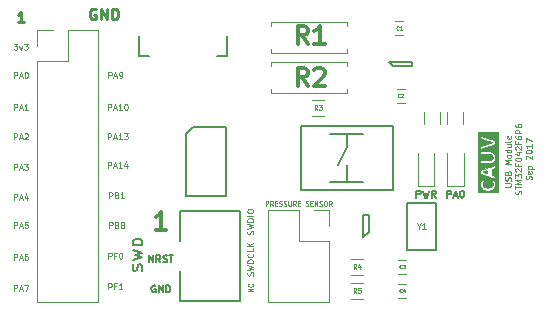
<source format=gto>
G04 #@! TF.FileFunction,Legend,Top*
%FSLAX46Y46*%
G04 Gerber Fmt 4.6, Leading zero omitted, Abs format (unit mm)*
G04 Created by KiCad (PCBNEW 4.0.6) date 10/01/17 10:19:26*
%MOMM*%
%LPD*%
G01*
G04 APERTURE LIST*
%ADD10C,0.100000*%
%ADD11C,0.150000*%
%ADD12C,0.125000*%
%ADD13C,0.300000*%
%ADD14C,0.225000*%
%ADD15C,0.120000*%
%ADD16C,0.010000*%
%ADD17C,0.075000*%
G04 APERTURE END LIST*
D10*
D11*
X153800000Y-112271429D02*
X153800000Y-111671429D01*
X154028572Y-111671429D01*
X154085714Y-111700000D01*
X154114286Y-111728571D01*
X154142857Y-111785714D01*
X154142857Y-111871429D01*
X154114286Y-111928571D01*
X154085714Y-111957143D01*
X154028572Y-111985714D01*
X153800000Y-111985714D01*
X154371429Y-112100000D02*
X154657143Y-112100000D01*
X154314286Y-112271429D02*
X154514286Y-111671429D01*
X154714286Y-112271429D01*
X155028572Y-111671429D02*
X155085715Y-111671429D01*
X155142858Y-111700000D01*
X155171429Y-111728571D01*
X155200000Y-111785714D01*
X155228572Y-111900000D01*
X155228572Y-112042857D01*
X155200000Y-112157143D01*
X155171429Y-112214286D01*
X155142858Y-112242857D01*
X155085715Y-112271429D01*
X155028572Y-112271429D01*
X154971429Y-112242857D01*
X154942858Y-112214286D01*
X154914286Y-112157143D01*
X154885715Y-112042857D01*
X154885715Y-111900000D01*
X154914286Y-111785714D01*
X154942858Y-111728571D01*
X154971429Y-111700000D01*
X155028572Y-111671429D01*
X151200000Y-112271429D02*
X151200000Y-111671429D01*
X151428572Y-111671429D01*
X151485714Y-111700000D01*
X151514286Y-111728571D01*
X151542857Y-111785714D01*
X151542857Y-111871429D01*
X151514286Y-111928571D01*
X151485714Y-111957143D01*
X151428572Y-111985714D01*
X151200000Y-111985714D01*
X151742857Y-111671429D02*
X151885714Y-112271429D01*
X152000000Y-111842857D01*
X152114286Y-112271429D01*
X152257143Y-111671429D01*
X152828571Y-112271429D02*
X152628571Y-111985714D01*
X152485714Y-112271429D02*
X152485714Y-111671429D01*
X152714286Y-111671429D01*
X152771428Y-111700000D01*
X152800000Y-111728571D01*
X152828571Y-111785714D01*
X152828571Y-111871429D01*
X152800000Y-111928571D01*
X152771428Y-111957143D01*
X152714286Y-111985714D01*
X152485714Y-111985714D01*
D12*
X158701190Y-111321428D02*
X159105952Y-111321428D01*
X159153571Y-111297619D01*
X159177381Y-111273809D01*
X159201190Y-111226190D01*
X159201190Y-111130952D01*
X159177381Y-111083333D01*
X159153571Y-111059524D01*
X159105952Y-111035714D01*
X158701190Y-111035714D01*
X159177381Y-110821428D02*
X159201190Y-110749999D01*
X159201190Y-110630952D01*
X159177381Y-110583333D01*
X159153571Y-110559523D01*
X159105952Y-110535714D01*
X159058333Y-110535714D01*
X159010714Y-110559523D01*
X158986905Y-110583333D01*
X158963095Y-110630952D01*
X158939286Y-110726190D01*
X158915476Y-110773809D01*
X158891667Y-110797618D01*
X158844048Y-110821428D01*
X158796429Y-110821428D01*
X158748810Y-110797618D01*
X158725000Y-110773809D01*
X158701190Y-110726190D01*
X158701190Y-110607142D01*
X158725000Y-110535714D01*
X158939286Y-110154762D02*
X158963095Y-110083333D01*
X158986905Y-110059524D01*
X159034524Y-110035714D01*
X159105952Y-110035714D01*
X159153571Y-110059524D01*
X159177381Y-110083333D01*
X159201190Y-110130952D01*
X159201190Y-110321428D01*
X158701190Y-110321428D01*
X158701190Y-110154762D01*
X158725000Y-110107143D01*
X158748810Y-110083333D01*
X158796429Y-110059524D01*
X158844048Y-110059524D01*
X158891667Y-110083333D01*
X158915476Y-110107143D01*
X158939286Y-110154762D01*
X158939286Y-110321428D01*
X159201190Y-109440476D02*
X158701190Y-109440476D01*
X159058333Y-109273810D01*
X158701190Y-109107143D01*
X159201190Y-109107143D01*
X159201190Y-108797619D02*
X159177381Y-108845238D01*
X159153571Y-108869047D01*
X159105952Y-108892857D01*
X158963095Y-108892857D01*
X158915476Y-108869047D01*
X158891667Y-108845238D01*
X158867857Y-108797619D01*
X158867857Y-108726190D01*
X158891667Y-108678571D01*
X158915476Y-108654762D01*
X158963095Y-108630952D01*
X159105952Y-108630952D01*
X159153571Y-108654762D01*
X159177381Y-108678571D01*
X159201190Y-108726190D01*
X159201190Y-108797619D01*
X159201190Y-108202381D02*
X158701190Y-108202381D01*
X159177381Y-108202381D02*
X159201190Y-108250000D01*
X159201190Y-108345238D01*
X159177381Y-108392857D01*
X159153571Y-108416666D01*
X159105952Y-108440476D01*
X158963095Y-108440476D01*
X158915476Y-108416666D01*
X158891667Y-108392857D01*
X158867857Y-108345238D01*
X158867857Y-108250000D01*
X158891667Y-108202381D01*
X158867857Y-107750000D02*
X159201190Y-107750000D01*
X158867857Y-107964285D02*
X159129762Y-107964285D01*
X159177381Y-107940476D01*
X159201190Y-107892857D01*
X159201190Y-107821428D01*
X159177381Y-107773809D01*
X159153571Y-107750000D01*
X159201190Y-107440476D02*
X159177381Y-107488095D01*
X159129762Y-107511904D01*
X158701190Y-107511904D01*
X159177381Y-107059523D02*
X159201190Y-107107142D01*
X159201190Y-107202380D01*
X159177381Y-107249999D01*
X159129762Y-107273809D01*
X158939286Y-107273809D01*
X158891667Y-107249999D01*
X158867857Y-107202380D01*
X158867857Y-107107142D01*
X158891667Y-107059523D01*
X158939286Y-107035714D01*
X158986905Y-107035714D01*
X159034524Y-107273809D01*
X160052381Y-111964283D02*
X160076190Y-111892854D01*
X160076190Y-111773807D01*
X160052381Y-111726188D01*
X160028571Y-111702378D01*
X159980952Y-111678569D01*
X159933333Y-111678569D01*
X159885714Y-111702378D01*
X159861905Y-111726188D01*
X159838095Y-111773807D01*
X159814286Y-111869045D01*
X159790476Y-111916664D01*
X159766667Y-111940473D01*
X159719048Y-111964283D01*
X159671429Y-111964283D01*
X159623810Y-111940473D01*
X159600000Y-111916664D01*
X159576190Y-111869045D01*
X159576190Y-111749997D01*
X159600000Y-111678569D01*
X159576190Y-111535712D02*
X159576190Y-111249998D01*
X160076190Y-111392855D02*
X159576190Y-111392855D01*
X160076190Y-111083331D02*
X159576190Y-111083331D01*
X159933333Y-110916665D01*
X159576190Y-110749998D01*
X160076190Y-110749998D01*
X159576190Y-110559521D02*
X159576190Y-110249998D01*
X159766667Y-110416664D01*
X159766667Y-110345236D01*
X159790476Y-110297617D01*
X159814286Y-110273807D01*
X159861905Y-110249998D01*
X159980952Y-110249998D01*
X160028571Y-110273807D01*
X160052381Y-110297617D01*
X160076190Y-110345236D01*
X160076190Y-110488093D01*
X160052381Y-110535712D01*
X160028571Y-110559521D01*
X159623810Y-110059522D02*
X159600000Y-110035712D01*
X159576190Y-109988093D01*
X159576190Y-109869046D01*
X159600000Y-109821427D01*
X159623810Y-109797617D01*
X159671429Y-109773808D01*
X159719048Y-109773808D01*
X159790476Y-109797617D01*
X160076190Y-110083331D01*
X160076190Y-109773808D01*
X159814286Y-109392856D02*
X159814286Y-109559522D01*
X160076190Y-109559522D02*
X159576190Y-109559522D01*
X159576190Y-109321427D01*
X159576190Y-109035713D02*
X159576190Y-108988094D01*
X159600000Y-108940475D01*
X159623810Y-108916666D01*
X159671429Y-108892856D01*
X159766667Y-108869047D01*
X159885714Y-108869047D01*
X159980952Y-108892856D01*
X160028571Y-108916666D01*
X160052381Y-108940475D01*
X160076190Y-108988094D01*
X160076190Y-109035713D01*
X160052381Y-109083332D01*
X160028571Y-109107142D01*
X159980952Y-109130951D01*
X159885714Y-109154761D01*
X159766667Y-109154761D01*
X159671429Y-109130951D01*
X159623810Y-109107142D01*
X159600000Y-109083332D01*
X159576190Y-109035713D01*
X159742857Y-108440476D02*
X160076190Y-108440476D01*
X159552381Y-108559523D02*
X159909524Y-108678571D01*
X159909524Y-108369047D01*
X159623810Y-108202381D02*
X159600000Y-108178571D01*
X159576190Y-108130952D01*
X159576190Y-108011905D01*
X159600000Y-107964286D01*
X159623810Y-107940476D01*
X159671429Y-107916667D01*
X159719048Y-107916667D01*
X159790476Y-107940476D01*
X160076190Y-108226190D01*
X160076190Y-107916667D01*
X159814286Y-107535715D02*
X159814286Y-107702381D01*
X160076190Y-107702381D02*
X159576190Y-107702381D01*
X159576190Y-107464286D01*
X159576190Y-107059525D02*
X159576190Y-107154763D01*
X159600000Y-107202382D01*
X159623810Y-107226191D01*
X159695238Y-107273810D01*
X159790476Y-107297620D01*
X159980952Y-107297620D01*
X160028571Y-107273810D01*
X160052381Y-107250001D01*
X160076190Y-107202382D01*
X160076190Y-107107144D01*
X160052381Y-107059525D01*
X160028571Y-107035715D01*
X159980952Y-107011906D01*
X159861905Y-107011906D01*
X159814286Y-107035715D01*
X159790476Y-107059525D01*
X159766667Y-107107144D01*
X159766667Y-107202382D01*
X159790476Y-107250001D01*
X159814286Y-107273810D01*
X159861905Y-107297620D01*
X160076190Y-106797620D02*
X159576190Y-106797620D01*
X159576190Y-106607144D01*
X159600000Y-106559525D01*
X159623810Y-106535716D01*
X159671429Y-106511906D01*
X159742857Y-106511906D01*
X159790476Y-106535716D01*
X159814286Y-106559525D01*
X159838095Y-106607144D01*
X159838095Y-106797620D01*
X159576190Y-106083335D02*
X159576190Y-106178573D01*
X159600000Y-106226192D01*
X159623810Y-106250001D01*
X159695238Y-106297620D01*
X159790476Y-106321430D01*
X159980952Y-106321430D01*
X160028571Y-106297620D01*
X160052381Y-106273811D01*
X160076190Y-106226192D01*
X160076190Y-106130954D01*
X160052381Y-106083335D01*
X160028571Y-106059525D01*
X159980952Y-106035716D01*
X159861905Y-106035716D01*
X159814286Y-106059525D01*
X159790476Y-106083335D01*
X159766667Y-106130954D01*
X159766667Y-106226192D01*
X159790476Y-106273811D01*
X159814286Y-106297620D01*
X159861905Y-106321430D01*
X160927381Y-110726189D02*
X160951190Y-110654760D01*
X160951190Y-110535713D01*
X160927381Y-110488094D01*
X160903571Y-110464284D01*
X160855952Y-110440475D01*
X160808333Y-110440475D01*
X160760714Y-110464284D01*
X160736905Y-110488094D01*
X160713095Y-110535713D01*
X160689286Y-110630951D01*
X160665476Y-110678570D01*
X160641667Y-110702379D01*
X160594048Y-110726189D01*
X160546429Y-110726189D01*
X160498810Y-110702379D01*
X160475000Y-110678570D01*
X160451190Y-110630951D01*
X160451190Y-110511903D01*
X160475000Y-110440475D01*
X160927381Y-110035713D02*
X160951190Y-110083332D01*
X160951190Y-110178570D01*
X160927381Y-110226189D01*
X160879762Y-110249999D01*
X160689286Y-110249999D01*
X160641667Y-110226189D01*
X160617857Y-110178570D01*
X160617857Y-110083332D01*
X160641667Y-110035713D01*
X160689286Y-110011904D01*
X160736905Y-110011904D01*
X160784524Y-110249999D01*
X160617857Y-109797618D02*
X161117857Y-109797618D01*
X160641667Y-109797618D02*
X160617857Y-109749999D01*
X160617857Y-109654761D01*
X160641667Y-109607142D01*
X160665476Y-109583333D01*
X160713095Y-109559523D01*
X160855952Y-109559523D01*
X160903571Y-109583333D01*
X160927381Y-109607142D01*
X160951190Y-109654761D01*
X160951190Y-109749999D01*
X160927381Y-109797618D01*
X160498810Y-108988095D02*
X160475000Y-108964285D01*
X160451190Y-108916666D01*
X160451190Y-108797619D01*
X160475000Y-108750000D01*
X160498810Y-108726190D01*
X160546429Y-108702381D01*
X160594048Y-108702381D01*
X160665476Y-108726190D01*
X160951190Y-109011904D01*
X160951190Y-108702381D01*
X160451190Y-108392857D02*
X160451190Y-108345238D01*
X160475000Y-108297619D01*
X160498810Y-108273810D01*
X160546429Y-108250000D01*
X160641667Y-108226191D01*
X160760714Y-108226191D01*
X160855952Y-108250000D01*
X160903571Y-108273810D01*
X160927381Y-108297619D01*
X160951190Y-108345238D01*
X160951190Y-108392857D01*
X160927381Y-108440476D01*
X160903571Y-108464286D01*
X160855952Y-108488095D01*
X160760714Y-108511905D01*
X160641667Y-108511905D01*
X160546429Y-108488095D01*
X160498810Y-108464286D01*
X160475000Y-108440476D01*
X160451190Y-108392857D01*
X160951190Y-107750001D02*
X160951190Y-108035715D01*
X160951190Y-107892858D02*
X160451190Y-107892858D01*
X160522619Y-107940477D01*
X160570238Y-107988096D01*
X160594048Y-108035715D01*
X160451190Y-107583334D02*
X160451190Y-107250001D01*
X160951190Y-107464287D01*
D10*
X137340952Y-120202286D02*
X136940952Y-120202286D01*
X137340952Y-119973714D01*
X136940952Y-119973714D01*
X137302857Y-119554666D02*
X137321905Y-119573714D01*
X137340952Y-119630857D01*
X137340952Y-119668952D01*
X137321905Y-119726095D01*
X137283810Y-119764190D01*
X137245714Y-119783238D01*
X137169524Y-119802286D01*
X137112381Y-119802286D01*
X137036190Y-119783238D01*
X136998095Y-119764190D01*
X136960000Y-119726095D01*
X136940952Y-119668952D01*
X136940952Y-119630857D01*
X136960000Y-119573714D01*
X136979048Y-119554666D01*
D12*
X151399906Y-114669095D02*
X151399906Y-114907190D01*
X151233239Y-114407190D02*
X151399906Y-114669095D01*
X151566572Y-114407190D01*
X151995143Y-114907190D02*
X151709429Y-114907190D01*
X151852286Y-114907190D02*
X151852286Y-114407190D01*
X151804667Y-114478619D01*
X151757048Y-114526238D01*
X151709429Y-114550048D01*
D13*
X141990001Y-102786571D02*
X141490001Y-102072286D01*
X141132858Y-102786571D02*
X141132858Y-101286571D01*
X141704286Y-101286571D01*
X141847144Y-101358000D01*
X141918572Y-101429429D01*
X141990001Y-101572286D01*
X141990001Y-101786571D01*
X141918572Y-101929429D01*
X141847144Y-102000857D01*
X141704286Y-102072286D01*
X141132858Y-102072286D01*
X142561429Y-101429429D02*
X142632858Y-101358000D01*
X142775715Y-101286571D01*
X143132858Y-101286571D01*
X143275715Y-101358000D01*
X143347144Y-101429429D01*
X143418572Y-101572286D01*
X143418572Y-101715143D01*
X143347144Y-101929429D01*
X142490001Y-102786571D01*
X143418572Y-102786571D01*
X141990001Y-99230571D02*
X141490001Y-98516286D01*
X141132858Y-99230571D02*
X141132858Y-97730571D01*
X141704286Y-97730571D01*
X141847144Y-97802000D01*
X141918572Y-97873429D01*
X141990001Y-98016286D01*
X141990001Y-98230571D01*
X141918572Y-98373429D01*
X141847144Y-98444857D01*
X141704286Y-98516286D01*
X141132858Y-98516286D01*
X143418572Y-99230571D02*
X142561429Y-99230571D01*
X142990001Y-99230571D02*
X142990001Y-97730571D01*
X142847144Y-97944857D01*
X142704286Y-98087714D01*
X142561429Y-98159143D01*
D10*
X138433524Y-112956952D02*
X138433524Y-112556952D01*
X138585905Y-112556952D01*
X138624000Y-112576000D01*
X138643048Y-112595048D01*
X138662096Y-112633143D01*
X138662096Y-112690286D01*
X138643048Y-112728381D01*
X138624000Y-112747429D01*
X138585905Y-112766476D01*
X138433524Y-112766476D01*
X139062096Y-112956952D02*
X138928762Y-112766476D01*
X138833524Y-112956952D02*
X138833524Y-112556952D01*
X138985905Y-112556952D01*
X139024000Y-112576000D01*
X139043048Y-112595048D01*
X139062096Y-112633143D01*
X139062096Y-112690286D01*
X139043048Y-112728381D01*
X139024000Y-112747429D01*
X138985905Y-112766476D01*
X138833524Y-112766476D01*
X139233524Y-112747429D02*
X139366857Y-112747429D01*
X139424000Y-112956952D02*
X139233524Y-112956952D01*
X139233524Y-112556952D01*
X139424000Y-112556952D01*
X139576381Y-112937905D02*
X139633524Y-112956952D01*
X139728762Y-112956952D01*
X139766858Y-112937905D01*
X139785905Y-112918857D01*
X139804953Y-112880762D01*
X139804953Y-112842667D01*
X139785905Y-112804571D01*
X139766858Y-112785524D01*
X139728762Y-112766476D01*
X139652572Y-112747429D01*
X139614477Y-112728381D01*
X139595429Y-112709333D01*
X139576381Y-112671238D01*
X139576381Y-112633143D01*
X139595429Y-112595048D01*
X139614477Y-112576000D01*
X139652572Y-112556952D01*
X139747810Y-112556952D01*
X139804953Y-112576000D01*
X139957333Y-112937905D02*
X140014476Y-112956952D01*
X140109714Y-112956952D01*
X140147810Y-112937905D01*
X140166857Y-112918857D01*
X140185905Y-112880762D01*
X140185905Y-112842667D01*
X140166857Y-112804571D01*
X140147810Y-112785524D01*
X140109714Y-112766476D01*
X140033524Y-112747429D01*
X139995429Y-112728381D01*
X139976381Y-112709333D01*
X139957333Y-112671238D01*
X139957333Y-112633143D01*
X139976381Y-112595048D01*
X139995429Y-112576000D01*
X140033524Y-112556952D01*
X140128762Y-112556952D01*
X140185905Y-112576000D01*
X140357333Y-112556952D02*
X140357333Y-112880762D01*
X140376381Y-112918857D01*
X140395428Y-112937905D01*
X140433524Y-112956952D01*
X140509714Y-112956952D01*
X140547809Y-112937905D01*
X140566857Y-112918857D01*
X140585905Y-112880762D01*
X140585905Y-112556952D01*
X141004953Y-112956952D02*
X140871619Y-112766476D01*
X140776381Y-112956952D02*
X140776381Y-112556952D01*
X140928762Y-112556952D01*
X140966857Y-112576000D01*
X140985905Y-112595048D01*
X141004953Y-112633143D01*
X141004953Y-112690286D01*
X140985905Y-112728381D01*
X140966857Y-112747429D01*
X140928762Y-112766476D01*
X140776381Y-112766476D01*
X141176381Y-112747429D02*
X141309714Y-112747429D01*
X141366857Y-112956952D02*
X141176381Y-112956952D01*
X141176381Y-112556952D01*
X141366857Y-112556952D01*
X141824000Y-112937905D02*
X141881143Y-112956952D01*
X141976381Y-112956952D01*
X142014477Y-112937905D01*
X142033524Y-112918857D01*
X142052572Y-112880762D01*
X142052572Y-112842667D01*
X142033524Y-112804571D01*
X142014477Y-112785524D01*
X141976381Y-112766476D01*
X141900191Y-112747429D01*
X141862096Y-112728381D01*
X141843048Y-112709333D01*
X141824000Y-112671238D01*
X141824000Y-112633143D01*
X141843048Y-112595048D01*
X141862096Y-112576000D01*
X141900191Y-112556952D01*
X141995429Y-112556952D01*
X142052572Y-112576000D01*
X142224000Y-112747429D02*
X142357333Y-112747429D01*
X142414476Y-112956952D02*
X142224000Y-112956952D01*
X142224000Y-112556952D01*
X142414476Y-112556952D01*
X142585905Y-112956952D02*
X142585905Y-112556952D01*
X142814477Y-112956952D01*
X142814477Y-112556952D01*
X142985905Y-112937905D02*
X143043048Y-112956952D01*
X143138286Y-112956952D01*
X143176382Y-112937905D01*
X143195429Y-112918857D01*
X143214477Y-112880762D01*
X143214477Y-112842667D01*
X143195429Y-112804571D01*
X143176382Y-112785524D01*
X143138286Y-112766476D01*
X143062096Y-112747429D01*
X143024001Y-112728381D01*
X143004953Y-112709333D01*
X142985905Y-112671238D01*
X142985905Y-112633143D01*
X143004953Y-112595048D01*
X143024001Y-112576000D01*
X143062096Y-112556952D01*
X143157334Y-112556952D01*
X143214477Y-112576000D01*
X143462096Y-112556952D02*
X143538286Y-112556952D01*
X143576381Y-112576000D01*
X143614477Y-112614095D01*
X143633524Y-112690286D01*
X143633524Y-112823619D01*
X143614477Y-112899810D01*
X143576381Y-112937905D01*
X143538286Y-112956952D01*
X143462096Y-112956952D01*
X143424000Y-112937905D01*
X143385905Y-112899810D01*
X143366857Y-112823619D01*
X143366857Y-112690286D01*
X143385905Y-112614095D01*
X143424000Y-112576000D01*
X143462096Y-112556952D01*
X144033525Y-112956952D02*
X143900191Y-112766476D01*
X143804953Y-112956952D02*
X143804953Y-112556952D01*
X143957334Y-112556952D01*
X143995429Y-112576000D01*
X144014477Y-112595048D01*
X144033525Y-112633143D01*
X144033525Y-112690286D01*
X144014477Y-112728381D01*
X143995429Y-112747429D01*
X143957334Y-112766476D01*
X143804953Y-112766476D01*
D12*
X137362381Y-118855952D02*
X137386190Y-118784523D01*
X137386190Y-118665476D01*
X137362381Y-118617857D01*
X137338571Y-118594047D01*
X137290952Y-118570238D01*
X137243333Y-118570238D01*
X137195714Y-118594047D01*
X137171905Y-118617857D01*
X137148095Y-118665476D01*
X137124286Y-118760714D01*
X137100476Y-118808333D01*
X137076667Y-118832142D01*
X137029048Y-118855952D01*
X136981429Y-118855952D01*
X136933810Y-118832142D01*
X136910000Y-118808333D01*
X136886190Y-118760714D01*
X136886190Y-118641666D01*
X136910000Y-118570238D01*
X136886190Y-118403571D02*
X137386190Y-118284524D01*
X137029048Y-118189286D01*
X137386190Y-118094048D01*
X136886190Y-117975000D01*
X137386190Y-117784523D02*
X136886190Y-117784523D01*
X136886190Y-117665476D01*
X136910000Y-117594047D01*
X136957619Y-117546428D01*
X137005238Y-117522619D01*
X137100476Y-117498809D01*
X137171905Y-117498809D01*
X137267143Y-117522619D01*
X137314762Y-117546428D01*
X137362381Y-117594047D01*
X137386190Y-117665476D01*
X137386190Y-117784523D01*
X137338571Y-116998809D02*
X137362381Y-117022619D01*
X137386190Y-117094047D01*
X137386190Y-117141666D01*
X137362381Y-117213095D01*
X137314762Y-117260714D01*
X137267143Y-117284523D01*
X137171905Y-117308333D01*
X137100476Y-117308333D01*
X137005238Y-117284523D01*
X136957619Y-117260714D01*
X136910000Y-117213095D01*
X136886190Y-117141666D01*
X136886190Y-117094047D01*
X136910000Y-117022619D01*
X136933810Y-116998809D01*
X137386190Y-116546428D02*
X137386190Y-116784523D01*
X136886190Y-116784523D01*
X137386190Y-116379761D02*
X136886190Y-116379761D01*
X137386190Y-116094047D02*
X137100476Y-116308333D01*
X136886190Y-116094047D02*
X137171905Y-116379761D01*
X137362381Y-115359524D02*
X137386190Y-115288095D01*
X137386190Y-115169048D01*
X137362381Y-115121429D01*
X137338571Y-115097619D01*
X137290952Y-115073810D01*
X137243333Y-115073810D01*
X137195714Y-115097619D01*
X137171905Y-115121429D01*
X137148095Y-115169048D01*
X137124286Y-115264286D01*
X137100476Y-115311905D01*
X137076667Y-115335714D01*
X137029048Y-115359524D01*
X136981429Y-115359524D01*
X136933810Y-115335714D01*
X136910000Y-115311905D01*
X136886190Y-115264286D01*
X136886190Y-115145238D01*
X136910000Y-115073810D01*
X136886190Y-114907143D02*
X137386190Y-114788096D01*
X137029048Y-114692858D01*
X137386190Y-114597620D01*
X136886190Y-114478572D01*
X137386190Y-114288095D02*
X136886190Y-114288095D01*
X136886190Y-114169048D01*
X136910000Y-114097619D01*
X136957619Y-114050000D01*
X137005238Y-114026191D01*
X137100476Y-114002381D01*
X137171905Y-114002381D01*
X137267143Y-114026191D01*
X137314762Y-114050000D01*
X137362381Y-114097619D01*
X137386190Y-114169048D01*
X137386190Y-114288095D01*
X137386190Y-113788095D02*
X136886190Y-113788095D01*
X136886190Y-113454762D02*
X136886190Y-113359524D01*
X136910000Y-113311905D01*
X136957619Y-113264286D01*
X137052857Y-113240477D01*
X137219524Y-113240477D01*
X137314762Y-113264286D01*
X137362381Y-113311905D01*
X137386190Y-113359524D01*
X137386190Y-113454762D01*
X137362381Y-113502381D01*
X137314762Y-113550000D01*
X137219524Y-113573810D01*
X137052857Y-113573810D01*
X136957619Y-113550000D01*
X136910000Y-113502381D01*
X136886190Y-113454762D01*
D11*
X129082858Y-119715000D02*
X129025715Y-119686429D01*
X128940001Y-119686429D01*
X128854286Y-119715000D01*
X128797144Y-119772143D01*
X128768572Y-119829286D01*
X128740001Y-119943571D01*
X128740001Y-120029286D01*
X128768572Y-120143571D01*
X128797144Y-120200714D01*
X128854286Y-120257857D01*
X128940001Y-120286429D01*
X128997144Y-120286429D01*
X129082858Y-120257857D01*
X129111429Y-120229286D01*
X129111429Y-120029286D01*
X128997144Y-120029286D01*
X129368572Y-120286429D02*
X129368572Y-119686429D01*
X129711429Y-120286429D01*
X129711429Y-119686429D01*
X129997143Y-120286429D02*
X129997143Y-119686429D01*
X130140000Y-119686429D01*
X130225715Y-119715000D01*
X130282857Y-119772143D01*
X130311429Y-119829286D01*
X130340000Y-119943571D01*
X130340000Y-120029286D01*
X130311429Y-120143571D01*
X130282857Y-120200714D01*
X130225715Y-120257857D01*
X130140000Y-120286429D01*
X129997143Y-120286429D01*
X128554286Y-117746429D02*
X128554286Y-117146429D01*
X128897143Y-117746429D01*
X128897143Y-117146429D01*
X129525714Y-117746429D02*
X129325714Y-117460714D01*
X129182857Y-117746429D02*
X129182857Y-117146429D01*
X129411429Y-117146429D01*
X129468571Y-117175000D01*
X129497143Y-117203571D01*
X129525714Y-117260714D01*
X129525714Y-117346429D01*
X129497143Y-117403571D01*
X129468571Y-117432143D01*
X129411429Y-117460714D01*
X129182857Y-117460714D01*
X129754286Y-117717857D02*
X129840000Y-117746429D01*
X129982857Y-117746429D01*
X130040000Y-117717857D01*
X130068571Y-117689286D01*
X130097143Y-117632143D01*
X130097143Y-117575000D01*
X130068571Y-117517857D01*
X130040000Y-117489286D01*
X129982857Y-117460714D01*
X129868571Y-117432143D01*
X129811429Y-117403571D01*
X129782857Y-117375000D01*
X129754286Y-117317857D01*
X129754286Y-117260714D01*
X129782857Y-117203571D01*
X129811429Y-117175000D01*
X129868571Y-117146429D01*
X130011429Y-117146429D01*
X130097143Y-117175000D01*
X130268572Y-117146429D02*
X130611429Y-117146429D01*
X130440000Y-117746429D02*
X130440000Y-117146429D01*
X127923810Y-118457143D02*
X127961905Y-118314286D01*
X127961905Y-118076190D01*
X127923810Y-117980952D01*
X127885714Y-117933333D01*
X127809524Y-117885714D01*
X127733333Y-117885714D01*
X127657143Y-117933333D01*
X127619048Y-117980952D01*
X127580952Y-118076190D01*
X127542857Y-118266667D01*
X127504762Y-118361905D01*
X127466667Y-118409524D01*
X127390476Y-118457143D01*
X127314286Y-118457143D01*
X127238095Y-118409524D01*
X127200000Y-118361905D01*
X127161905Y-118266667D01*
X127161905Y-118028571D01*
X127200000Y-117885714D01*
X127161905Y-117552381D02*
X127961905Y-117314286D01*
X127390476Y-117123809D01*
X127961905Y-116933333D01*
X127161905Y-116695238D01*
X127961905Y-116314286D02*
X127161905Y-116314286D01*
X127161905Y-116076191D01*
X127200000Y-115933333D01*
X127276190Y-115838095D01*
X127352381Y-115790476D01*
X127504762Y-115742857D01*
X127619048Y-115742857D01*
X127771429Y-115790476D01*
X127847619Y-115838095D01*
X127923810Y-115933333D01*
X127961905Y-116076191D01*
X127961905Y-116314286D01*
D13*
X129968572Y-114978571D02*
X129111429Y-114978571D01*
X129540001Y-114978571D02*
X129540001Y-113478571D01*
X129397144Y-113692857D01*
X129254286Y-113835714D01*
X129111429Y-113907143D01*
D12*
X125116668Y-120026190D02*
X125116668Y-119526190D01*
X125307144Y-119526190D01*
X125354763Y-119550000D01*
X125378572Y-119573810D01*
X125402382Y-119621429D01*
X125402382Y-119692857D01*
X125378572Y-119740476D01*
X125354763Y-119764286D01*
X125307144Y-119788095D01*
X125116668Y-119788095D01*
X125783334Y-119764286D02*
X125616668Y-119764286D01*
X125616668Y-120026190D02*
X125616668Y-119526190D01*
X125854763Y-119526190D01*
X126307143Y-120026190D02*
X126021429Y-120026190D01*
X126164286Y-120026190D02*
X126164286Y-119526190D01*
X126116667Y-119597619D01*
X126069048Y-119645238D01*
X126021429Y-119669048D01*
X125116668Y-117426190D02*
X125116668Y-116926190D01*
X125307144Y-116926190D01*
X125354763Y-116950000D01*
X125378572Y-116973810D01*
X125402382Y-117021429D01*
X125402382Y-117092857D01*
X125378572Y-117140476D01*
X125354763Y-117164286D01*
X125307144Y-117188095D01*
X125116668Y-117188095D01*
X125783334Y-117164286D02*
X125616668Y-117164286D01*
X125616668Y-117426190D02*
X125616668Y-116926190D01*
X125854763Y-116926190D01*
X126140477Y-116926190D02*
X126188096Y-116926190D01*
X126235715Y-116950000D01*
X126259524Y-116973810D01*
X126283334Y-117021429D01*
X126307143Y-117116667D01*
X126307143Y-117235714D01*
X126283334Y-117330952D01*
X126259524Y-117378571D01*
X126235715Y-117402381D01*
X126188096Y-117426190D01*
X126140477Y-117426190D01*
X126092858Y-117402381D01*
X126069048Y-117378571D01*
X126045239Y-117330952D01*
X126021429Y-117235714D01*
X126021429Y-117116667D01*
X126045239Y-117021429D01*
X126069048Y-116973810D01*
X126092858Y-116950000D01*
X126140477Y-116926190D01*
X125180953Y-114826190D02*
X125180953Y-114326190D01*
X125371429Y-114326190D01*
X125419048Y-114350000D01*
X125442857Y-114373810D01*
X125466667Y-114421429D01*
X125466667Y-114492857D01*
X125442857Y-114540476D01*
X125419048Y-114564286D01*
X125371429Y-114588095D01*
X125180953Y-114588095D01*
X125847619Y-114564286D02*
X125919048Y-114588095D01*
X125942857Y-114611905D01*
X125966667Y-114659524D01*
X125966667Y-114730952D01*
X125942857Y-114778571D01*
X125919048Y-114802381D01*
X125871429Y-114826190D01*
X125680953Y-114826190D01*
X125680953Y-114326190D01*
X125847619Y-114326190D01*
X125895238Y-114350000D01*
X125919048Y-114373810D01*
X125942857Y-114421429D01*
X125942857Y-114469048D01*
X125919048Y-114516667D01*
X125895238Y-114540476D01*
X125847619Y-114564286D01*
X125680953Y-114564286D01*
X126252381Y-114540476D02*
X126204762Y-114516667D01*
X126180953Y-114492857D01*
X126157143Y-114445238D01*
X126157143Y-114421429D01*
X126180953Y-114373810D01*
X126204762Y-114350000D01*
X126252381Y-114326190D01*
X126347619Y-114326190D01*
X126395238Y-114350000D01*
X126419048Y-114373810D01*
X126442857Y-114421429D01*
X126442857Y-114445238D01*
X126419048Y-114492857D01*
X126395238Y-114516667D01*
X126347619Y-114540476D01*
X126252381Y-114540476D01*
X126204762Y-114564286D01*
X126180953Y-114588095D01*
X126157143Y-114635714D01*
X126157143Y-114730952D01*
X126180953Y-114778571D01*
X126204762Y-114802381D01*
X126252381Y-114826190D01*
X126347619Y-114826190D01*
X126395238Y-114802381D01*
X126419048Y-114778571D01*
X126442857Y-114730952D01*
X126442857Y-114635714D01*
X126419048Y-114588095D01*
X126395238Y-114564286D01*
X126347619Y-114540476D01*
X125180953Y-112326190D02*
X125180953Y-111826190D01*
X125371429Y-111826190D01*
X125419048Y-111850000D01*
X125442857Y-111873810D01*
X125466667Y-111921429D01*
X125466667Y-111992857D01*
X125442857Y-112040476D01*
X125419048Y-112064286D01*
X125371429Y-112088095D01*
X125180953Y-112088095D01*
X125847619Y-112064286D02*
X125919048Y-112088095D01*
X125942857Y-112111905D01*
X125966667Y-112159524D01*
X125966667Y-112230952D01*
X125942857Y-112278571D01*
X125919048Y-112302381D01*
X125871429Y-112326190D01*
X125680953Y-112326190D01*
X125680953Y-111826190D01*
X125847619Y-111826190D01*
X125895238Y-111850000D01*
X125919048Y-111873810D01*
X125942857Y-111921429D01*
X125942857Y-111969048D01*
X125919048Y-112016667D01*
X125895238Y-112040476D01*
X125847619Y-112064286D01*
X125680953Y-112064286D01*
X126442857Y-112326190D02*
X126157143Y-112326190D01*
X126300000Y-112326190D02*
X126300000Y-111826190D01*
X126252381Y-111897619D01*
X126204762Y-111945238D01*
X126157143Y-111969048D01*
X125078573Y-109726190D02*
X125078573Y-109226190D01*
X125269049Y-109226190D01*
X125316668Y-109250000D01*
X125340477Y-109273810D01*
X125364287Y-109321429D01*
X125364287Y-109392857D01*
X125340477Y-109440476D01*
X125316668Y-109464286D01*
X125269049Y-109488095D01*
X125078573Y-109488095D01*
X125554763Y-109583333D02*
X125792858Y-109583333D01*
X125507144Y-109726190D02*
X125673811Y-109226190D01*
X125840477Y-109726190D01*
X126269048Y-109726190D02*
X125983334Y-109726190D01*
X126126191Y-109726190D02*
X126126191Y-109226190D01*
X126078572Y-109297619D01*
X126030953Y-109345238D01*
X125983334Y-109369048D01*
X126697619Y-109392857D02*
X126697619Y-109726190D01*
X126578572Y-109202381D02*
X126459524Y-109559524D01*
X126769048Y-109559524D01*
X125078573Y-107326190D02*
X125078573Y-106826190D01*
X125269049Y-106826190D01*
X125316668Y-106850000D01*
X125340477Y-106873810D01*
X125364287Y-106921429D01*
X125364287Y-106992857D01*
X125340477Y-107040476D01*
X125316668Y-107064286D01*
X125269049Y-107088095D01*
X125078573Y-107088095D01*
X125554763Y-107183333D02*
X125792858Y-107183333D01*
X125507144Y-107326190D02*
X125673811Y-106826190D01*
X125840477Y-107326190D01*
X126269048Y-107326190D02*
X125983334Y-107326190D01*
X126126191Y-107326190D02*
X126126191Y-106826190D01*
X126078572Y-106897619D01*
X126030953Y-106945238D01*
X125983334Y-106969048D01*
X126435715Y-106826190D02*
X126745238Y-106826190D01*
X126578572Y-107016667D01*
X126650000Y-107016667D01*
X126697619Y-107040476D01*
X126721429Y-107064286D01*
X126745238Y-107111905D01*
X126745238Y-107230952D01*
X126721429Y-107278571D01*
X126697619Y-107302381D01*
X126650000Y-107326190D01*
X126507143Y-107326190D01*
X126459524Y-107302381D01*
X126435715Y-107278571D01*
X125078573Y-104826190D02*
X125078573Y-104326190D01*
X125269049Y-104326190D01*
X125316668Y-104350000D01*
X125340477Y-104373810D01*
X125364287Y-104421429D01*
X125364287Y-104492857D01*
X125340477Y-104540476D01*
X125316668Y-104564286D01*
X125269049Y-104588095D01*
X125078573Y-104588095D01*
X125554763Y-104683333D02*
X125792858Y-104683333D01*
X125507144Y-104826190D02*
X125673811Y-104326190D01*
X125840477Y-104826190D01*
X126269048Y-104826190D02*
X125983334Y-104826190D01*
X126126191Y-104826190D02*
X126126191Y-104326190D01*
X126078572Y-104397619D01*
X126030953Y-104445238D01*
X125983334Y-104469048D01*
X126578572Y-104326190D02*
X126626191Y-104326190D01*
X126673810Y-104350000D01*
X126697619Y-104373810D01*
X126721429Y-104421429D01*
X126745238Y-104516667D01*
X126745238Y-104635714D01*
X126721429Y-104730952D01*
X126697619Y-104778571D01*
X126673810Y-104802381D01*
X126626191Y-104826190D01*
X126578572Y-104826190D01*
X126530953Y-104802381D01*
X126507143Y-104778571D01*
X126483334Y-104730952D01*
X126459524Y-104635714D01*
X126459524Y-104516667D01*
X126483334Y-104421429D01*
X126507143Y-104373810D01*
X126530953Y-104350000D01*
X126578572Y-104326190D01*
X125116668Y-102126190D02*
X125116668Y-101626190D01*
X125307144Y-101626190D01*
X125354763Y-101650000D01*
X125378572Y-101673810D01*
X125402382Y-101721429D01*
X125402382Y-101792857D01*
X125378572Y-101840476D01*
X125354763Y-101864286D01*
X125307144Y-101888095D01*
X125116668Y-101888095D01*
X125592858Y-101983333D02*
X125830953Y-101983333D01*
X125545239Y-102126190D02*
X125711906Y-101626190D01*
X125878572Y-102126190D01*
X126069048Y-102126190D02*
X126164286Y-102126190D01*
X126211905Y-102102381D01*
X126235715Y-102078571D01*
X126283334Y-102007143D01*
X126307143Y-101911905D01*
X126307143Y-101721429D01*
X126283334Y-101673810D01*
X126259524Y-101650000D01*
X126211905Y-101626190D01*
X126116667Y-101626190D01*
X126069048Y-101650000D01*
X126045239Y-101673810D01*
X126021429Y-101721429D01*
X126021429Y-101840476D01*
X126045239Y-101888095D01*
X126069048Y-101911905D01*
X126116667Y-101935714D01*
X126211905Y-101935714D01*
X126259524Y-101911905D01*
X126283334Y-101888095D01*
X126307143Y-101840476D01*
D14*
X124064286Y-96300000D02*
X123978572Y-96257143D01*
X123850001Y-96257143D01*
X123721429Y-96300000D01*
X123635715Y-96385714D01*
X123592858Y-96471429D01*
X123550001Y-96642857D01*
X123550001Y-96771429D01*
X123592858Y-96942857D01*
X123635715Y-97028571D01*
X123721429Y-97114286D01*
X123850001Y-97157143D01*
X123935715Y-97157143D01*
X124064286Y-97114286D01*
X124107143Y-97071429D01*
X124107143Y-96771429D01*
X123935715Y-96771429D01*
X124492858Y-97157143D02*
X124492858Y-96257143D01*
X125007143Y-97157143D01*
X125007143Y-96257143D01*
X125435715Y-97157143D02*
X125435715Y-96257143D01*
X125650000Y-96257143D01*
X125778572Y-96300000D01*
X125864286Y-96385714D01*
X125907143Y-96471429D01*
X125950000Y-96642857D01*
X125950000Y-96771429D01*
X125907143Y-96942857D01*
X125864286Y-97028571D01*
X125778572Y-97114286D01*
X125650000Y-97157143D01*
X125435715Y-97157143D01*
D12*
X117116668Y-120126190D02*
X117116668Y-119626190D01*
X117307144Y-119626190D01*
X117354763Y-119650000D01*
X117378572Y-119673810D01*
X117402382Y-119721429D01*
X117402382Y-119792857D01*
X117378572Y-119840476D01*
X117354763Y-119864286D01*
X117307144Y-119888095D01*
X117116668Y-119888095D01*
X117592858Y-119983333D02*
X117830953Y-119983333D01*
X117545239Y-120126190D02*
X117711906Y-119626190D01*
X117878572Y-120126190D01*
X117997620Y-119626190D02*
X118330953Y-119626190D01*
X118116667Y-120126190D01*
X117116668Y-117526190D02*
X117116668Y-117026190D01*
X117307144Y-117026190D01*
X117354763Y-117050000D01*
X117378572Y-117073810D01*
X117402382Y-117121429D01*
X117402382Y-117192857D01*
X117378572Y-117240476D01*
X117354763Y-117264286D01*
X117307144Y-117288095D01*
X117116668Y-117288095D01*
X117592858Y-117383333D02*
X117830953Y-117383333D01*
X117545239Y-117526190D02*
X117711906Y-117026190D01*
X117878572Y-117526190D01*
X118259524Y-117026190D02*
X118164286Y-117026190D01*
X118116667Y-117050000D01*
X118092858Y-117073810D01*
X118045239Y-117145238D01*
X118021429Y-117240476D01*
X118021429Y-117430952D01*
X118045239Y-117478571D01*
X118069048Y-117502381D01*
X118116667Y-117526190D01*
X118211905Y-117526190D01*
X118259524Y-117502381D01*
X118283334Y-117478571D01*
X118307143Y-117430952D01*
X118307143Y-117311905D01*
X118283334Y-117264286D01*
X118259524Y-117240476D01*
X118211905Y-117216667D01*
X118116667Y-117216667D01*
X118069048Y-117240476D01*
X118045239Y-117264286D01*
X118021429Y-117311905D01*
X117116668Y-114826190D02*
X117116668Y-114326190D01*
X117307144Y-114326190D01*
X117354763Y-114350000D01*
X117378572Y-114373810D01*
X117402382Y-114421429D01*
X117402382Y-114492857D01*
X117378572Y-114540476D01*
X117354763Y-114564286D01*
X117307144Y-114588095D01*
X117116668Y-114588095D01*
X117592858Y-114683333D02*
X117830953Y-114683333D01*
X117545239Y-114826190D02*
X117711906Y-114326190D01*
X117878572Y-114826190D01*
X118283334Y-114326190D02*
X118045239Y-114326190D01*
X118021429Y-114564286D01*
X118045239Y-114540476D01*
X118092858Y-114516667D01*
X118211905Y-114516667D01*
X118259524Y-114540476D01*
X118283334Y-114564286D01*
X118307143Y-114611905D01*
X118307143Y-114730952D01*
X118283334Y-114778571D01*
X118259524Y-114802381D01*
X118211905Y-114826190D01*
X118092858Y-114826190D01*
X118045239Y-114802381D01*
X118021429Y-114778571D01*
X117116668Y-112426190D02*
X117116668Y-111926190D01*
X117307144Y-111926190D01*
X117354763Y-111950000D01*
X117378572Y-111973810D01*
X117402382Y-112021429D01*
X117402382Y-112092857D01*
X117378572Y-112140476D01*
X117354763Y-112164286D01*
X117307144Y-112188095D01*
X117116668Y-112188095D01*
X117592858Y-112283333D02*
X117830953Y-112283333D01*
X117545239Y-112426190D02*
X117711906Y-111926190D01*
X117878572Y-112426190D01*
X118259524Y-112092857D02*
X118259524Y-112426190D01*
X118140477Y-111902381D02*
X118021429Y-112259524D01*
X118330953Y-112259524D01*
X117116668Y-109926190D02*
X117116668Y-109426190D01*
X117307144Y-109426190D01*
X117354763Y-109450000D01*
X117378572Y-109473810D01*
X117402382Y-109521429D01*
X117402382Y-109592857D01*
X117378572Y-109640476D01*
X117354763Y-109664286D01*
X117307144Y-109688095D01*
X117116668Y-109688095D01*
X117592858Y-109783333D02*
X117830953Y-109783333D01*
X117545239Y-109926190D02*
X117711906Y-109426190D01*
X117878572Y-109926190D01*
X117997620Y-109426190D02*
X118307143Y-109426190D01*
X118140477Y-109616667D01*
X118211905Y-109616667D01*
X118259524Y-109640476D01*
X118283334Y-109664286D01*
X118307143Y-109711905D01*
X118307143Y-109830952D01*
X118283334Y-109878571D01*
X118259524Y-109902381D01*
X118211905Y-109926190D01*
X118069048Y-109926190D01*
X118021429Y-109902381D01*
X117997620Y-109878571D01*
X117116668Y-107326190D02*
X117116668Y-106826190D01*
X117307144Y-106826190D01*
X117354763Y-106850000D01*
X117378572Y-106873810D01*
X117402382Y-106921429D01*
X117402382Y-106992857D01*
X117378572Y-107040476D01*
X117354763Y-107064286D01*
X117307144Y-107088095D01*
X117116668Y-107088095D01*
X117592858Y-107183333D02*
X117830953Y-107183333D01*
X117545239Y-107326190D02*
X117711906Y-106826190D01*
X117878572Y-107326190D01*
X118021429Y-106873810D02*
X118045239Y-106850000D01*
X118092858Y-106826190D01*
X118211905Y-106826190D01*
X118259524Y-106850000D01*
X118283334Y-106873810D01*
X118307143Y-106921429D01*
X118307143Y-106969048D01*
X118283334Y-107040476D01*
X117997620Y-107326190D01*
X118307143Y-107326190D01*
X117116668Y-104826190D02*
X117116668Y-104326190D01*
X117307144Y-104326190D01*
X117354763Y-104350000D01*
X117378572Y-104373810D01*
X117402382Y-104421429D01*
X117402382Y-104492857D01*
X117378572Y-104540476D01*
X117354763Y-104564286D01*
X117307144Y-104588095D01*
X117116668Y-104588095D01*
X117592858Y-104683333D02*
X117830953Y-104683333D01*
X117545239Y-104826190D02*
X117711906Y-104326190D01*
X117878572Y-104826190D01*
X118307143Y-104826190D02*
X118021429Y-104826190D01*
X118164286Y-104826190D02*
X118164286Y-104326190D01*
X118116667Y-104397619D01*
X118069048Y-104445238D01*
X118021429Y-104469048D01*
X117116668Y-102126190D02*
X117116668Y-101626190D01*
X117307144Y-101626190D01*
X117354763Y-101650000D01*
X117378572Y-101673810D01*
X117402382Y-101721429D01*
X117402382Y-101792857D01*
X117378572Y-101840476D01*
X117354763Y-101864286D01*
X117307144Y-101888095D01*
X117116668Y-101888095D01*
X117592858Y-101983333D02*
X117830953Y-101983333D01*
X117545239Y-102126190D02*
X117711906Y-101626190D01*
X117878572Y-102126190D01*
X118140477Y-101626190D02*
X118188096Y-101626190D01*
X118235715Y-101650000D01*
X118259524Y-101673810D01*
X118283334Y-101721429D01*
X118307143Y-101816667D01*
X118307143Y-101935714D01*
X118283334Y-102030952D01*
X118259524Y-102078571D01*
X118235715Y-102102381D01*
X118188096Y-102126190D01*
X118140477Y-102126190D01*
X118092858Y-102102381D01*
X118069048Y-102078571D01*
X118045239Y-102030952D01*
X118021429Y-101935714D01*
X118021429Y-101816667D01*
X118045239Y-101721429D01*
X118069048Y-101673810D01*
X118092858Y-101650000D01*
X118140477Y-101626190D01*
X117104763Y-99226190D02*
X117414286Y-99226190D01*
X117247620Y-99416667D01*
X117319048Y-99416667D01*
X117366667Y-99440476D01*
X117390477Y-99464286D01*
X117414286Y-99511905D01*
X117414286Y-99630952D01*
X117390477Y-99678571D01*
X117366667Y-99702381D01*
X117319048Y-99726190D01*
X117176191Y-99726190D01*
X117128572Y-99702381D01*
X117104763Y-99678571D01*
X117580953Y-99392857D02*
X117700000Y-99726190D01*
X117819048Y-99392857D01*
X117961905Y-99226190D02*
X118271428Y-99226190D01*
X118104762Y-99416667D01*
X118176190Y-99416667D01*
X118223809Y-99440476D01*
X118247619Y-99464286D01*
X118271428Y-99511905D01*
X118271428Y-99630952D01*
X118247619Y-99678571D01*
X118223809Y-99702381D01*
X118176190Y-99726190D01*
X118033333Y-99726190D01*
X117985714Y-99702381D01*
X117961905Y-99678571D01*
D14*
X118007143Y-97407143D02*
X117492858Y-97407143D01*
X117750000Y-97407143D02*
X117750000Y-96507143D01*
X117664286Y-96635714D01*
X117578572Y-96721429D01*
X117492858Y-96764286D01*
D15*
X150083000Y-98517000D02*
X149383000Y-98517000D01*
X149383000Y-97317000D02*
X150083000Y-97317000D01*
X149510000Y-103032000D02*
X150210000Y-103032000D01*
X150210000Y-104232000D02*
X149510000Y-104232000D01*
X150337000Y-118710000D02*
X149637000Y-118710000D01*
X149637000Y-117510000D02*
X150337000Y-117510000D01*
X150337000Y-120742000D02*
X149637000Y-120742000D01*
X149637000Y-119542000D02*
X150337000Y-119542000D01*
D11*
X132250000Y-106295000D02*
X135050000Y-106295000D01*
X135050000Y-106295000D02*
X135050000Y-112145000D01*
X135050000Y-112145000D02*
X131650000Y-112145000D01*
X131650000Y-112145000D02*
X131650000Y-106895000D01*
X131650000Y-106895000D02*
X132250000Y-106295000D01*
X148910000Y-100815000D02*
X148910000Y-100815000D01*
X148910000Y-100815000D02*
X150810000Y-100815000D01*
X150810000Y-100815000D02*
X150810000Y-101115000D01*
X150810000Y-101115000D02*
X149210000Y-101115000D01*
X149210000Y-101115000D02*
X148910000Y-100815000D01*
D15*
X119066000Y-121091000D02*
X124266000Y-121091000D01*
X119066000Y-100711000D02*
X119066000Y-121091000D01*
X124266000Y-98111000D02*
X124266000Y-121091000D01*
X119066000Y-100711000D02*
X121666000Y-100711000D01*
X121666000Y-100711000D02*
X121666000Y-98111000D01*
X121666000Y-98111000D02*
X124266000Y-98111000D01*
X119066000Y-99441000D02*
X119066000Y-98111000D01*
X119066000Y-98111000D02*
X120396000Y-98111000D01*
X143824000Y-115951000D02*
X143824000Y-121091000D01*
X143824000Y-121091000D02*
X138624000Y-121091000D01*
X138624000Y-121091000D02*
X138624000Y-113351000D01*
X138624000Y-113351000D02*
X141224000Y-113351000D01*
X141224000Y-113351000D02*
X141224000Y-115951000D01*
X141224000Y-115951000D02*
X143824000Y-115951000D01*
X143824000Y-114681000D02*
X143824000Y-113351000D01*
X143824000Y-113351000D02*
X142554000Y-113351000D01*
D11*
X136271000Y-113411000D02*
X136271000Y-121031000D01*
X136271000Y-121031000D02*
X131191000Y-121031000D01*
X131191000Y-121031000D02*
X131191000Y-118491000D01*
X131191000Y-115951000D02*
X131191000Y-113411000D01*
X131191000Y-113411000D02*
X136271000Y-113411000D01*
D15*
X138903000Y-101128000D02*
X138903000Y-100798000D01*
X138903000Y-100798000D02*
X145323000Y-100798000D01*
X145323000Y-100798000D02*
X145323000Y-101128000D01*
X138903000Y-103088000D02*
X138903000Y-103418000D01*
X138903000Y-103418000D02*
X145323000Y-103418000D01*
X145323000Y-103418000D02*
X145323000Y-103088000D01*
X145323000Y-99659000D02*
X145323000Y-99989000D01*
X145323000Y-99989000D02*
X138903000Y-99989000D01*
X138903000Y-99989000D02*
X138903000Y-99659000D01*
X145323000Y-97699000D02*
X145323000Y-97369000D01*
X145323000Y-97369000D02*
X138903000Y-97369000D01*
X138903000Y-97369000D02*
X138903000Y-97699000D01*
X143375000Y-105328000D02*
X142375000Y-105328000D01*
X142375000Y-103968000D02*
X143375000Y-103968000D01*
D11*
X135145000Y-100259800D02*
X135145000Y-98559800D01*
X134345000Y-100259800D02*
X135145000Y-100259800D01*
X127745000Y-100259800D02*
X128595000Y-100259800D01*
X127745000Y-98559800D02*
X127745000Y-100259800D01*
X146689000Y-115631000D02*
X146689000Y-115631000D01*
X146689000Y-115631000D02*
X146689000Y-113731000D01*
X146689000Y-113731000D02*
X147189000Y-113731000D01*
X147189000Y-113731000D02*
X147189000Y-115131000D01*
X147189000Y-115131000D02*
X146689000Y-115631000D01*
X152838000Y-112681000D02*
X150438000Y-112681000D01*
X150438000Y-112681000D02*
X150438000Y-116681000D01*
X150438000Y-116681000D02*
X152838000Y-116681000D01*
X152838000Y-116681000D02*
X152838000Y-112681000D01*
X149188000Y-111612000D02*
X149188000Y-106212000D01*
X149188000Y-106212000D02*
X141388000Y-106212000D01*
X141388000Y-106212000D02*
X141388000Y-111612000D01*
X141388000Y-111612000D02*
X149188000Y-111612000D01*
X146688000Y-106912000D02*
X143888000Y-106912000D01*
X145288000Y-108012000D02*
X145288000Y-106912000D01*
X144588000Y-109512000D02*
X145288000Y-108012000D01*
X145288000Y-110912000D02*
X145288000Y-109512000D01*
X146688000Y-110912000D02*
X143888000Y-110912000D01*
D15*
X146677000Y-118790000D02*
X145677000Y-118790000D01*
X145677000Y-117430000D02*
X146677000Y-117430000D01*
X146677000Y-120822000D02*
X145677000Y-120822000D01*
X145677000Y-119462000D02*
X146677000Y-119462000D01*
D16*
G36*
X158113600Y-106710000D02*
X158113600Y-111790000D01*
X157221897Y-111790000D01*
X157221897Y-111682723D01*
X157360720Y-111672757D01*
X157485486Y-111650895D01*
X157566095Y-111623865D01*
X157693908Y-111536897D01*
X157786711Y-111417904D01*
X157841524Y-111274292D01*
X157855363Y-111113467D01*
X157831533Y-110964500D01*
X157803910Y-110892836D01*
X157803910Y-110647405D01*
X157825531Y-110628204D01*
X157830814Y-110567640D01*
X157829310Y-110539215D01*
X157822276Y-110476933D01*
X157804331Y-110439225D01*
X157763011Y-110412410D01*
X157687272Y-110383317D01*
X157553044Y-110335206D01*
X157560272Y-110095004D01*
X157567500Y-109854803D01*
X157694500Y-109812752D01*
X157768408Y-109786341D01*
X157806945Y-109760233D01*
X157822999Y-109718867D01*
X157829241Y-109650050D01*
X157831203Y-109576522D01*
X157822073Y-109541120D01*
X157797930Y-109531680D01*
X157791141Y-109531826D01*
X157754888Y-109540443D01*
X157677930Y-109563314D01*
X157567577Y-109598108D01*
X157431141Y-109642494D01*
X157275932Y-109694140D01*
X157173800Y-109728676D01*
X156602300Y-109923100D01*
X156602300Y-110252676D01*
X156907100Y-110356941D01*
X157159895Y-110443076D01*
X157367256Y-110512961D01*
X157531610Y-110567381D01*
X157655380Y-110607121D01*
X157740992Y-110632966D01*
X157790871Y-110645703D01*
X157803910Y-110647405D01*
X157803910Y-110892836D01*
X157791043Y-110859454D01*
X157735970Y-110798284D01*
X157660031Y-110774748D01*
X157639763Y-110774000D01*
X157582543Y-110776605D01*
X157555193Y-110782972D01*
X157554800Y-110783927D01*
X157564374Y-110810837D01*
X157588706Y-110868035D01*
X157605042Y-110904577D01*
X157649460Y-111044246D01*
X157646906Y-111165135D01*
X157597115Y-111268433D01*
X157506223Y-111351088D01*
X157444160Y-111384779D01*
X157373156Y-111402647D01*
X157274683Y-111408807D01*
X157245427Y-111409000D01*
X157085253Y-111397449D01*
X156963498Y-111361093D01*
X156872912Y-111297379D01*
X156847864Y-111268953D01*
X156803353Y-111174534D01*
X156794745Y-111061813D01*
X156822243Y-110948629D01*
X156843694Y-110906737D01*
X156883121Y-110833999D01*
X156887801Y-110793574D01*
X156854517Y-110777942D01*
X156788989Y-110778890D01*
X156701916Y-110796878D01*
X156643809Y-110840764D01*
X156636101Y-110850561D01*
X156595948Y-110936865D01*
X156589600Y-110970385D01*
X156589600Y-109351600D01*
X157027750Y-109351459D01*
X157179289Y-109349907D01*
X157319739Y-109345702D01*
X157438395Y-109339374D01*
X157524552Y-109331451D01*
X157560100Y-109325155D01*
X157677237Y-109267955D01*
X157767925Y-109173297D01*
X157829066Y-109048836D01*
X157857565Y-108902229D01*
X157850325Y-108741132D01*
X157831440Y-108654292D01*
X157775930Y-108539772D01*
X157684809Y-108441498D01*
X157573255Y-108374647D01*
X157540908Y-108363760D01*
X157481577Y-108354304D01*
X157382584Y-108346204D01*
X157255061Y-108340053D01*
X157110141Y-108336444D01*
X157015050Y-108335742D01*
X156604767Y-108335606D01*
X156604767Y-108139101D01*
X156630777Y-108134527D01*
X156696818Y-108115864D01*
X156794952Y-108085758D01*
X156917245Y-108046850D01*
X157055759Y-108001784D01*
X157202560Y-107953204D01*
X157349711Y-107903751D01*
X157489276Y-107856069D01*
X157613320Y-107812802D01*
X157713906Y-107776592D01*
X157783099Y-107750082D01*
X157810934Y-107737381D01*
X157823482Y-107706106D01*
X157831929Y-107640023D01*
X157834200Y-107575064D01*
X157831111Y-107487451D01*
X157819652Y-107438441D01*
X157796536Y-107416091D01*
X157789750Y-107413623D01*
X157753748Y-107401664D01*
X157677191Y-107375539D01*
X157567494Y-107337803D01*
X157432071Y-107291010D01*
X157278338Y-107237715D01*
X157191268Y-107207461D01*
X157032261Y-107152533D01*
X156888895Y-107103702D01*
X156768252Y-107063326D01*
X156677415Y-107033758D01*
X156623469Y-107017357D01*
X156612026Y-107014800D01*
X156598477Y-107037636D01*
X156593331Y-107096679D01*
X156594558Y-107135450D01*
X156602300Y-107256100D01*
X156894400Y-107348598D01*
X157033386Y-107392219D01*
X157178176Y-107437014D01*
X157308873Y-107476858D01*
X157383350Y-107499120D01*
X157474566Y-107527863D01*
X157543343Y-107553067D01*
X157578123Y-107570376D01*
X157580200Y-107573335D01*
X157557511Y-107586995D01*
X157496952Y-107609547D01*
X157409784Y-107636968D01*
X157370650Y-107648213D01*
X157255256Y-107681291D01*
X157112780Y-107723242D01*
X156964609Y-107767727D01*
X156875349Y-107795007D01*
X156589599Y-107883113D01*
X156589599Y-108003523D01*
X156592548Y-108077594D01*
X156600025Y-108128297D01*
X156604767Y-108139101D01*
X156604767Y-108335606D01*
X156589600Y-108335600D01*
X156589600Y-108589600D01*
X157507907Y-108589600D01*
X157582153Y-108663847D01*
X157635562Y-108732474D01*
X157655241Y-108809269D01*
X157656400Y-108843600D01*
X157645690Y-108930206D01*
X157605497Y-108998365D01*
X157582153Y-109023354D01*
X157507907Y-109097600D01*
X156589600Y-109097600D01*
X156589600Y-109351600D01*
X156589600Y-110970385D01*
X156574057Y-111052460D01*
X156572477Y-111178494D01*
X156589228Y-111282000D01*
X156641792Y-111395940D01*
X156730666Y-111505281D01*
X156842117Y-111596657D01*
X156962418Y-111656703D01*
X156979523Y-111661943D01*
X157088378Y-111679538D01*
X157221897Y-111682723D01*
X157221897Y-111790000D01*
X156411800Y-111790000D01*
X156411800Y-106710000D01*
X158113600Y-106710000D01*
X158113600Y-106710000D01*
G37*
X158113600Y-106710000D02*
X158113600Y-111790000D01*
X157221897Y-111790000D01*
X157221897Y-111682723D01*
X157360720Y-111672757D01*
X157485486Y-111650895D01*
X157566095Y-111623865D01*
X157693908Y-111536897D01*
X157786711Y-111417904D01*
X157841524Y-111274292D01*
X157855363Y-111113467D01*
X157831533Y-110964500D01*
X157803910Y-110892836D01*
X157803910Y-110647405D01*
X157825531Y-110628204D01*
X157830814Y-110567640D01*
X157829310Y-110539215D01*
X157822276Y-110476933D01*
X157804331Y-110439225D01*
X157763011Y-110412410D01*
X157687272Y-110383317D01*
X157553044Y-110335206D01*
X157560272Y-110095004D01*
X157567500Y-109854803D01*
X157694500Y-109812752D01*
X157768408Y-109786341D01*
X157806945Y-109760233D01*
X157822999Y-109718867D01*
X157829241Y-109650050D01*
X157831203Y-109576522D01*
X157822073Y-109541120D01*
X157797930Y-109531680D01*
X157791141Y-109531826D01*
X157754888Y-109540443D01*
X157677930Y-109563314D01*
X157567577Y-109598108D01*
X157431141Y-109642494D01*
X157275932Y-109694140D01*
X157173800Y-109728676D01*
X156602300Y-109923100D01*
X156602300Y-110252676D01*
X156907100Y-110356941D01*
X157159895Y-110443076D01*
X157367256Y-110512961D01*
X157531610Y-110567381D01*
X157655380Y-110607121D01*
X157740992Y-110632966D01*
X157790871Y-110645703D01*
X157803910Y-110647405D01*
X157803910Y-110892836D01*
X157791043Y-110859454D01*
X157735970Y-110798284D01*
X157660031Y-110774748D01*
X157639763Y-110774000D01*
X157582543Y-110776605D01*
X157555193Y-110782972D01*
X157554800Y-110783927D01*
X157564374Y-110810837D01*
X157588706Y-110868035D01*
X157605042Y-110904577D01*
X157649460Y-111044246D01*
X157646906Y-111165135D01*
X157597115Y-111268433D01*
X157506223Y-111351088D01*
X157444160Y-111384779D01*
X157373156Y-111402647D01*
X157274683Y-111408807D01*
X157245427Y-111409000D01*
X157085253Y-111397449D01*
X156963498Y-111361093D01*
X156872912Y-111297379D01*
X156847864Y-111268953D01*
X156803353Y-111174534D01*
X156794745Y-111061813D01*
X156822243Y-110948629D01*
X156843694Y-110906737D01*
X156883121Y-110833999D01*
X156887801Y-110793574D01*
X156854517Y-110777942D01*
X156788989Y-110778890D01*
X156701916Y-110796878D01*
X156643809Y-110840764D01*
X156636101Y-110850561D01*
X156595948Y-110936865D01*
X156589600Y-110970385D01*
X156589600Y-109351600D01*
X157027750Y-109351459D01*
X157179289Y-109349907D01*
X157319739Y-109345702D01*
X157438395Y-109339374D01*
X157524552Y-109331451D01*
X157560100Y-109325155D01*
X157677237Y-109267955D01*
X157767925Y-109173297D01*
X157829066Y-109048836D01*
X157857565Y-108902229D01*
X157850325Y-108741132D01*
X157831440Y-108654292D01*
X157775930Y-108539772D01*
X157684809Y-108441498D01*
X157573255Y-108374647D01*
X157540908Y-108363760D01*
X157481577Y-108354304D01*
X157382584Y-108346204D01*
X157255061Y-108340053D01*
X157110141Y-108336444D01*
X157015050Y-108335742D01*
X156604767Y-108335606D01*
X156604767Y-108139101D01*
X156630777Y-108134527D01*
X156696818Y-108115864D01*
X156794952Y-108085758D01*
X156917245Y-108046850D01*
X157055759Y-108001784D01*
X157202560Y-107953204D01*
X157349711Y-107903751D01*
X157489276Y-107856069D01*
X157613320Y-107812802D01*
X157713906Y-107776592D01*
X157783099Y-107750082D01*
X157810934Y-107737381D01*
X157823482Y-107706106D01*
X157831929Y-107640023D01*
X157834200Y-107575064D01*
X157831111Y-107487451D01*
X157819652Y-107438441D01*
X157796536Y-107416091D01*
X157789750Y-107413623D01*
X157753748Y-107401664D01*
X157677191Y-107375539D01*
X157567494Y-107337803D01*
X157432071Y-107291010D01*
X157278338Y-107237715D01*
X157191268Y-107207461D01*
X157032261Y-107152533D01*
X156888895Y-107103702D01*
X156768252Y-107063326D01*
X156677415Y-107033758D01*
X156623469Y-107017357D01*
X156612026Y-107014800D01*
X156598477Y-107037636D01*
X156593331Y-107096679D01*
X156594558Y-107135450D01*
X156602300Y-107256100D01*
X156894400Y-107348598D01*
X157033386Y-107392219D01*
X157178176Y-107437014D01*
X157308873Y-107476858D01*
X157383350Y-107499120D01*
X157474566Y-107527863D01*
X157543343Y-107553067D01*
X157578123Y-107570376D01*
X157580200Y-107573335D01*
X157557511Y-107586995D01*
X157496952Y-107609547D01*
X157409784Y-107636968D01*
X157370650Y-107648213D01*
X157255256Y-107681291D01*
X157112780Y-107723242D01*
X156964609Y-107767727D01*
X156875349Y-107795007D01*
X156589599Y-107883113D01*
X156589599Y-108003523D01*
X156592548Y-108077594D01*
X156600025Y-108128297D01*
X156604767Y-108139101D01*
X156604767Y-108335606D01*
X156589600Y-108335600D01*
X156589600Y-108589600D01*
X157507907Y-108589600D01*
X157582153Y-108663847D01*
X157635562Y-108732474D01*
X157655241Y-108809269D01*
X157656400Y-108843600D01*
X157645690Y-108930206D01*
X157605497Y-108998365D01*
X157582153Y-109023354D01*
X157507907Y-109097600D01*
X156589600Y-109097600D01*
X156589600Y-109351600D01*
X156589600Y-110970385D01*
X156574057Y-111052460D01*
X156572477Y-111178494D01*
X156589228Y-111282000D01*
X156641792Y-111395940D01*
X156730666Y-111505281D01*
X156842117Y-111596657D01*
X156962418Y-111656703D01*
X156979523Y-111661943D01*
X157088378Y-111679538D01*
X157221897Y-111682723D01*
X157221897Y-111790000D01*
X156411800Y-111790000D01*
X156411800Y-106710000D01*
X158113600Y-106710000D01*
G36*
X157186500Y-110113600D02*
X157199200Y-110126300D01*
X157186500Y-110139000D01*
X157173800Y-110126300D01*
X157186500Y-110113600D01*
X157186500Y-110113600D01*
G37*
X157186500Y-110113600D02*
X157199200Y-110126300D01*
X157186500Y-110139000D01*
X157173800Y-110126300D01*
X157186500Y-110113600D01*
G36*
X157161100Y-110037400D02*
X157173800Y-110050100D01*
X157161100Y-110062800D01*
X157148400Y-110050100D01*
X157161100Y-110037400D01*
X157161100Y-110037400D01*
G37*
X157161100Y-110037400D02*
X157173800Y-110050100D01*
X157161100Y-110062800D01*
X157148400Y-110050100D01*
X157161100Y-110037400D01*
G36*
X157084900Y-110088200D02*
X157107724Y-110063969D01*
X157111799Y-110062800D01*
X157122708Y-110082452D01*
X157123000Y-110088200D01*
X157103473Y-110112624D01*
X157096100Y-110113600D01*
X157080931Y-110098040D01*
X157084900Y-110088200D01*
X157084900Y-110088200D01*
G37*
X157084900Y-110088200D02*
X157107724Y-110063969D01*
X157111799Y-110062800D01*
X157122708Y-110082452D01*
X157123000Y-110088200D01*
X157103473Y-110112624D01*
X157096100Y-110113600D01*
X157080931Y-110098040D01*
X157084900Y-110088200D01*
G36*
X157091528Y-109961939D02*
X157097600Y-109961200D01*
X157122261Y-109980529D01*
X157123000Y-109986600D01*
X157103671Y-110011262D01*
X157097600Y-110012000D01*
X157072938Y-109992672D01*
X157072200Y-109986600D01*
X157091528Y-109961939D01*
X157091528Y-109961939D01*
G37*
X157091528Y-109961939D02*
X157097600Y-109961200D01*
X157122261Y-109980529D01*
X157123000Y-109986600D01*
X157103671Y-110011262D01*
X157097600Y-110012000D01*
X157072938Y-109992672D01*
X157072200Y-109986600D01*
X157091528Y-109961939D01*
G36*
X156996000Y-110126300D02*
X157038108Y-110124454D01*
X157051226Y-110133267D01*
X157060341Y-110164404D01*
X157046800Y-110177100D01*
X157004691Y-110178947D01*
X156991573Y-110170134D01*
X156982458Y-110138997D01*
X156996000Y-110126300D01*
X156996000Y-110126300D01*
G37*
X156996000Y-110126300D02*
X157038108Y-110124454D01*
X157051226Y-110133267D01*
X157060341Y-110164404D01*
X157046800Y-110177100D01*
X157004691Y-110178947D01*
X156991573Y-110170134D01*
X156982458Y-110138997D01*
X156996000Y-110126300D01*
G36*
X156991195Y-110014690D02*
X157008700Y-110012000D01*
X157043730Y-110027599D01*
X157037453Y-110062668D01*
X157030557Y-110070577D01*
X156998894Y-110075713D01*
X156973222Y-110049969D01*
X156970600Y-110035901D01*
X156991195Y-110014690D01*
X156991195Y-110014690D01*
G37*
X156991195Y-110014690D02*
X157008700Y-110012000D01*
X157043730Y-110027599D01*
X157037453Y-110062668D01*
X157030557Y-110070577D01*
X156998894Y-110075713D01*
X156973222Y-110049969D01*
X156970600Y-110035901D01*
X156991195Y-110014690D01*
G36*
X156864748Y-110044329D02*
X156894400Y-110037400D01*
X156935262Y-110055476D01*
X156944187Y-110093973D01*
X156919800Y-110126300D01*
X156877196Y-110129611D01*
X156847417Y-110096580D01*
X156843600Y-110074001D01*
X156864748Y-110044329D01*
X156864748Y-110044329D01*
G37*
X156864748Y-110044329D02*
X156894400Y-110037400D01*
X156935262Y-110055476D01*
X156944187Y-110093973D01*
X156919800Y-110126300D01*
X156877196Y-110129611D01*
X156847417Y-110096580D01*
X156843600Y-110074001D01*
X156864748Y-110044329D01*
D15*
X153800000Y-111300000D02*
X155200000Y-111300000D01*
X155200000Y-111300000D02*
X155200000Y-108500000D01*
X153800000Y-111300000D02*
X153800000Y-108500000D01*
X151300000Y-111300000D02*
X152700000Y-111300000D01*
X152700000Y-111300000D02*
X152700000Y-108500000D01*
X151300000Y-111300000D02*
X151300000Y-108500000D01*
X155180000Y-105000000D02*
X155180000Y-106000000D01*
X153820000Y-106000000D02*
X153820000Y-105000000D01*
X151820000Y-106000000D02*
X151820000Y-105000000D01*
X153180000Y-105000000D02*
X153180000Y-106000000D01*
D17*
X149683000Y-98024143D02*
X149668714Y-98038429D01*
X149625857Y-98052714D01*
X149597286Y-98052714D01*
X149554429Y-98038429D01*
X149525857Y-98009857D01*
X149511572Y-97981286D01*
X149497286Y-97924143D01*
X149497286Y-97881286D01*
X149511572Y-97824143D01*
X149525857Y-97795571D01*
X149554429Y-97767000D01*
X149597286Y-97752714D01*
X149625857Y-97752714D01*
X149668714Y-97767000D01*
X149683000Y-97781286D01*
X149968714Y-98052714D02*
X149797286Y-98052714D01*
X149883000Y-98052714D02*
X149883000Y-97752714D01*
X149854429Y-97795571D01*
X149825857Y-97824143D01*
X149797286Y-97838429D01*
X149810000Y-103739143D02*
X149795714Y-103753429D01*
X149752857Y-103767714D01*
X149724286Y-103767714D01*
X149681429Y-103753429D01*
X149652857Y-103724857D01*
X149638572Y-103696286D01*
X149624286Y-103639143D01*
X149624286Y-103596286D01*
X149638572Y-103539143D01*
X149652857Y-103510571D01*
X149681429Y-103482000D01*
X149724286Y-103467714D01*
X149752857Y-103467714D01*
X149795714Y-103482000D01*
X149810000Y-103496286D01*
X149924286Y-103496286D02*
X149938572Y-103482000D01*
X149967143Y-103467714D01*
X150038572Y-103467714D01*
X150067143Y-103482000D01*
X150081429Y-103496286D01*
X150095714Y-103524857D01*
X150095714Y-103553429D01*
X150081429Y-103596286D01*
X149910000Y-103767714D01*
X150095714Y-103767714D01*
X149937000Y-118217143D02*
X149922714Y-118231429D01*
X149879857Y-118245714D01*
X149851286Y-118245714D01*
X149808429Y-118231429D01*
X149779857Y-118202857D01*
X149765572Y-118174286D01*
X149751286Y-118117143D01*
X149751286Y-118074286D01*
X149765572Y-118017143D01*
X149779857Y-117988571D01*
X149808429Y-117960000D01*
X149851286Y-117945714D01*
X149879857Y-117945714D01*
X149922714Y-117960000D01*
X149937000Y-117974286D01*
X150037000Y-117945714D02*
X150222714Y-117945714D01*
X150122714Y-118060000D01*
X150165572Y-118060000D01*
X150194143Y-118074286D01*
X150208429Y-118088571D01*
X150222714Y-118117143D01*
X150222714Y-118188571D01*
X150208429Y-118217143D01*
X150194143Y-118231429D01*
X150165572Y-118245714D01*
X150079857Y-118245714D01*
X150051286Y-118231429D01*
X150037000Y-118217143D01*
X149937000Y-120249143D02*
X149922714Y-120263429D01*
X149879857Y-120277714D01*
X149851286Y-120277714D01*
X149808429Y-120263429D01*
X149779857Y-120234857D01*
X149765572Y-120206286D01*
X149751286Y-120149143D01*
X149751286Y-120106286D01*
X149765572Y-120049143D01*
X149779857Y-120020571D01*
X149808429Y-119992000D01*
X149851286Y-119977714D01*
X149879857Y-119977714D01*
X149922714Y-119992000D01*
X149937000Y-120006286D01*
X150194143Y-120077714D02*
X150194143Y-120277714D01*
X150122714Y-119963429D02*
X150051286Y-120177714D01*
X150237000Y-120177714D01*
X142808334Y-104828952D02*
X142675000Y-104638476D01*
X142579762Y-104828952D02*
X142579762Y-104428952D01*
X142732143Y-104428952D01*
X142770238Y-104448000D01*
X142789286Y-104467048D01*
X142808334Y-104505143D01*
X142808334Y-104562286D01*
X142789286Y-104600381D01*
X142770238Y-104619429D01*
X142732143Y-104638476D01*
X142579762Y-104638476D01*
X142941667Y-104428952D02*
X143189286Y-104428952D01*
X143055953Y-104581333D01*
X143113095Y-104581333D01*
X143151191Y-104600381D01*
X143170238Y-104619429D01*
X143189286Y-104657524D01*
X143189286Y-104752762D01*
X143170238Y-104790857D01*
X143151191Y-104809905D01*
X143113095Y-104828952D01*
X142998810Y-104828952D01*
X142960714Y-104809905D01*
X142941667Y-104790857D01*
X146110334Y-118290952D02*
X145977000Y-118100476D01*
X145881762Y-118290952D02*
X145881762Y-117890952D01*
X146034143Y-117890952D01*
X146072238Y-117910000D01*
X146091286Y-117929048D01*
X146110334Y-117967143D01*
X146110334Y-118024286D01*
X146091286Y-118062381D01*
X146072238Y-118081429D01*
X146034143Y-118100476D01*
X145881762Y-118100476D01*
X146453191Y-118024286D02*
X146453191Y-118290952D01*
X146357953Y-117871905D02*
X146262714Y-118157619D01*
X146510334Y-118157619D01*
X146110334Y-120322952D02*
X145977000Y-120132476D01*
X145881762Y-120322952D02*
X145881762Y-119922952D01*
X146034143Y-119922952D01*
X146072238Y-119942000D01*
X146091286Y-119961048D01*
X146110334Y-119999143D01*
X146110334Y-120056286D01*
X146091286Y-120094381D01*
X146072238Y-120113429D01*
X146034143Y-120132476D01*
X145881762Y-120132476D01*
X146472238Y-119922952D02*
X146281762Y-119922952D01*
X146262714Y-120113429D01*
X146281762Y-120094381D01*
X146319857Y-120075333D01*
X146415095Y-120075333D01*
X146453191Y-120094381D01*
X146472238Y-120113429D01*
X146491286Y-120151524D01*
X146491286Y-120246762D01*
X146472238Y-120284857D01*
X146453191Y-120303905D01*
X146415095Y-120322952D01*
X146319857Y-120322952D01*
X146281762Y-120303905D01*
X146262714Y-120284857D01*
M02*

</source>
